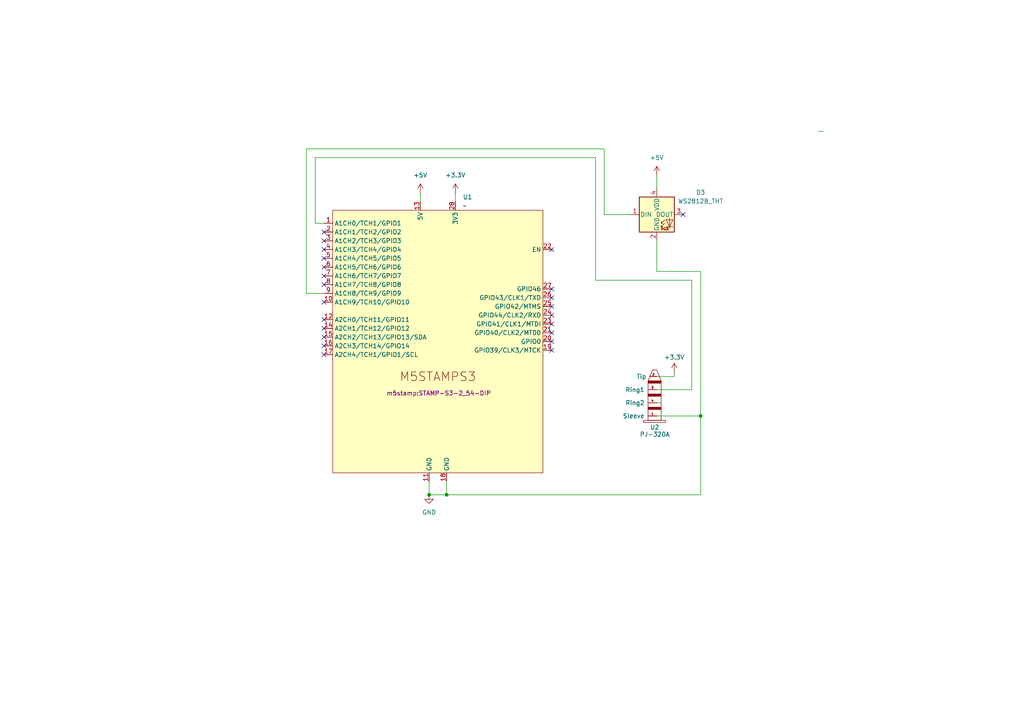
<source format=kicad_sch>
(kicad_sch (version 20250114) (generator "eeschema") (generator_version "9.0")
  (paper "A4")
  (title_block (title "Pulse for ESPHome"))
  (lib_symbols
    (symbol "LED:NeoPixel_THT" (pin_names (offset 0.254))
      (property "Reference" "D3" (at 12.7 6.4202 0))
      (property "Value" "WS2812B_THT" (at 12.7 3.8802 0))
      (symbol "NeoPixel_THT_0_0"
        (text "RGB" (at 2.286 -4.191 0) (effects (font (size 0.762 0.762))))
      )
      (symbol "NeoPixel_THT_0_1"
        (rectangle (start -5.08 5.08) (end 5.08 -5.08) (stroke (width 0.254)) (fill (type background)))
        (polyline (pts (xy 1.27 -2.54) (xy 1.778 -2.54)))
        (polyline (pts (xy 1.27 -3.556) (xy 1.778 -3.556)))
        (polyline (pts (xy 2.286 -1.524) (xy 1.27 -2.54) (xy 1.27 -2.032)))
        (polyline (pts (xy 2.286 -2.54) (xy 1.27 -3.556) (xy 1.27 -3.048)))
        (polyline (pts (xy 3.683 -1.016) (xy 3.683 -3.556) (xy 3.683 -4.064)))
        (polyline (pts (xy 4.699 -1.524) (xy 2.667 -1.524) (xy 3.683 -3.556) (xy 4.699 -1.524)))
        (polyline (pts (xy 4.699 -3.556) (xy 2.667 -3.556)))
      )
      (symbol "NeoPixel_THT_1_1"
        (pin input line (at -7.62 0 0) (length 2.54) (name "DIN") (number "1"))
        (pin power_in line (at 0 7.62 270) (length 2.54) (name "VDD") (number "4"))
        (pin power_in line (at 0 -7.62 90) (length 2.54) (name "GND") (number "2"))
        (pin output line (at 7.62 0 180) (length 2.54) (name "DOUT") (number "3"))
      )
    )
    (symbol "m5stamp:M5STAMPS3"
      (property "Reference" "U" (at -48.26 -2.54 0))
      (symbol "M5STAMPS3_0_1"
        (rectangle (start -30.48 36.83) (end 30.48 -39.37) (fill (type background)))
      )
      (symbol "M5STAMPS3_1_0"
        (text "M5STAMPS3\n" (at 0 -11.43 0) (effects (font (size 2.54 2.54))))
      )
      (symbol "M5STAMPS3_1_1"
        (pin bidirectional line (at -33.02 33.02 0) (length 2.54) (name "A1CH0/TCH1/GPIO1") (number "1"))
        (pin bidirectional line (at -33.02 30.48 0) (length 2.54) (name "A1CH1/TCH2/GPIO2") (number "2"))
        (pin bidirectional line (at -33.02 27.94 0) (length 2.54) (name "A1CH2/TCH3/GPIO3") (number "3"))
        (pin bidirectional line (at -33.02 25.4 0) (length 2.54) (name "A1CH3/TCH4/GPIO4") (number "4"))
        (pin bidirectional line (at -33.02 22.86 0) (length 2.54) (name "A1CH4/TCH5/GPIO5") (number "5"))
        (pin bidirectional line (at -33.02 20.32 0) (length 2.54) (name "A1CH5/TCH6/GPIO6") (number "6"))
        (pin bidirectional line (at -33.02 17.78 0) (length 2.54) (name "A1CH6/TCH7/GPIO7") (number "7"))
        (pin bidirectional line (at -33.02 15.24 0) (length 2.54) (name "A1CH7/TCH8/GPIO8") (number "8"))
        (pin bidirectional line (at -33.02 12.7 0) (length 2.54) (name "A1CH8/TCH9/GPIO9") (number "9"))
        (pin bidirectional line (at -33.02 10.16 0) (length 2.54) (name "A1CH9/TCH10/GPIO10") (number "10"))
        (pin bidirectional line (at -33.02 5.08 0) (length 2.54) (name "A2CH0/TCH11/GPIO11") (number "12"))
        (pin bidirectional line (at -33.02 2.54 0) (length 2.54) (name "A2CH1/TCH12/GPIO12") (number "14"))
        (pin bidirectional line (at -33.02 0 0) (length 2.54) (name "A2CH2/TCH13/GPIO13/SDA") (number "15"))
        (pin bidirectional line (at -33.02 -2.54 0) (length 2.54) (name "A2CH3/TCH14/GPIO14") (number "16"))
        (pin bidirectional line (at -33.02 -5.08 0) (length 2.54) (name "A2CH4/TCH1/GPIO1/SCL") (number "17"))
        (pin power_in line (at -5.08 39.37 270) (length 2.54) (name "5V") (number "13"))
        (pin power_in line (at -2.54 -41.91 90) (length 2.54) (name "GND") (number "11"))
        (pin power_in line (at 2.54 -41.91 90) (length 2.54) (name "GND") (number "18"))
        (pin power_in line (at 5.08 39.37 270) (length 2.54) (name "3V3") (number "28"))
        (pin input line (at 33.02 25.4 180) (length 2.54) (name "EN") (number "22"))
        (pin bidirectional line (at 33.02 13.97 180) (length 2.54) (name "GPIO46") (number "27"))
        (pin bidirectional line (at 33.02 11.43 180) (length 2.54) (name "GPIO43/CLK1/TXD") (number "26"))
        (pin bidirectional line (at 33.02 8.89 180) (length 2.54) (name "GPIO42/MTMS") (number "25"))
        (pin bidirectional line (at 33.02 6.35 180) (length 2.54) (name "GPIO44/CLK2/RXD") (number "24"))
        (pin bidirectional line (at 33.02 3.81 180) (length 2.54) (name "GPIO41/CLK1/MTDI") (number "23"))
        (pin bidirectional line (at 33.02 1.27 180) (length 2.54) (name "GPIO40/CLK2/MTD0") (number "21"))
        (pin bidirectional line (at 33.02 -1.27 180) (length 2.54) (name "GPIO0") (number "20"))
        (pin bidirectional line (at 33.02 -3.81 180) (length 2.54) (name "GPIO39/CLK3/MTCK") (number "19"))
      )
    )
    (symbol "nathanhborger-PJ-320A:PJ-320A" (pin_names (offset 1.016))
      (property "Reference" "U" (at 0 -1.905 0))
      (property "Value" "PJ-320A" (at 0 0 0))
      (symbol "PJ-320A_0_1"
        (rectangle (start -3.175 1.27) (end 3.175 1.905))
        (polyline (pts (xy -1.905 13.335) (xy -0.635 16.51) (xy 0.635 16.51) (xy 1.905 13.335) (xy -1.905 13.335)))
        (rectangle (start -1.905 12.7) (end 1.905 13.335) (fill (type outline)))
        (rectangle (start -1.905 9.525) (end 1.905 12.7))
        (rectangle (start -1.905 8.89) (end 1.905 9.525) (fill (type outline)))
        (rectangle (start -1.905 5.715) (end 1.905 8.89))
        (rectangle (start -1.905 5.08) (end 1.905 5.715) (fill (type outline)))
        (rectangle (start -1.905 1.905) (end 1.905 5.08))
      )
      (symbol "PJ-320A_1_1"
        (pin bidirectional line (at 0.635 14.605 180) (length 2.0066) (name "Tip") (number "2"))
        (pin bidirectional line (at 0.635 10.795 180) (length 2.54) (name "Ring1") (number "3"))
        (pin bidirectional line (at 0.635 6.985 180) (length 2.54) (name "Ring2") (number "4"))
        (pin bidirectional line (at 0.635 3.175 180) (length 2.54) (name "Sleeve") (number "1"))
      )
    )
    (symbol "power:+3.3V" (power) (pin_numbers (hide yes)) (pin_names (offset 0) (hide yes))
      (property "Value" "+3.3V" (at 0 3.556 0))
      (symbol "+3.3V_0_1"
        (polyline (pts (xy -0.762 1.27) (xy 0 2.54)))
        (polyline (pts (xy 0 2.54) (xy 0.762 1.27)))
        (polyline (pts (xy 0 0) (xy 0 2.54)))
      )
      (symbol "+3.3V_1_1"
        (pin power_in line (at 0 0 90) (length 0) (name "~") (number "1"))
      )
    )
    (symbol "power:+5V" (power) (pin_numbers (hide yes)) (pin_names (offset 0) (hide yes))
      (property "Value" "+5V" (at 0 3.556 0))
      (symbol "+5V_0_1"
        (polyline (pts (xy -0.762 1.27) (xy 0 2.54)))
        (polyline (pts (xy 0 2.54) (xy 0.762 1.27)))
        (polyline (pts (xy 0 0) (xy 0 2.54)))
      )
      (symbol "+5V_1_1"
        (pin power_in line (at 0 0 90) (length 0) (name "~") (number "1"))
      )
    )
    (symbol "power:GND" (power) (pin_numbers (hide yes)) (pin_names (offset 0) (hide yes))
      (property "Value" "GND" (at 0 -3.81 0))
      (symbol "GND_0_1"
        (polyline (pts (xy 0 0) (xy 0 -1.27) (xy 1.27 -1.27) (xy 0 -2.54) (xy -1.27 -1.27) (xy 0 -1.27)))
      )
      (symbol "GND_1_1"
        (pin power_in line (at 0 0 270) (length 0) (name "~") (number "1"))
      )
    )
  )
  (junction (at 124.46 143.51))
  (junction (at 203.2 120.65))
  (junction (at 129.54 143.51))
  (no_connect (at 160.02 99.06))
  (no_connect (at 93.98 77.47))
  (no_connect (at 93.98 72.39))
  (no_connect (at 93.98 67.31))
  (no_connect (at 160.02 91.44))
  (no_connect (at 160.02 101.6))
  (no_connect (at 93.98 80.01))
  (no_connect (at 93.98 97.79))
  (no_connect (at 93.98 82.55))
  (no_connect (at 160.02 86.36))
  (no_connect (at 93.98 87.63))
  (no_connect (at 160.02 83.82))
  (no_connect (at 93.98 95.25))
  (no_connect (at 160.02 96.52))
  (no_connect (at 93.98 92.71))
  (no_connect (at 93.98 74.93))
  (no_connect (at 93.98 100.33))
  (no_connect (at 160.02 88.9))
  (no_connect (at 160.02 72.39))
  (no_connect (at 93.98 102.87))
  (no_connect (at 198.12 62.23))
  (no_connect (at 160.02 93.98))
  (no_connect (at 93.98 69.85))
  (wire (pts (xy 91.44 64.77) (xy 91.44 45.72)))
  (wire (pts (xy 175.26 62.23) (xy 175.26 43.18)))
  (wire (pts (xy 191.77 116.84) (xy 190.5 116.84)))
  (wire (pts (xy 129.54 143.51) (xy 203.2 143.51)))
  (wire (pts (xy 237.49 38.1) (xy 238.76 38.1)))
  (wire (pts (xy 190.5 109.22) (xy 195.58 109.22)))
  (wire (pts (xy 129.54 139.7) (xy 129.54 143.51)))
  (wire (pts (xy 190.5 78.74) (xy 203.2 78.74)))
  (wire (pts (xy 132.08 58.42) (xy 132.08 55.88)))
  (wire (pts (xy 190.5 120.65) (xy 203.2 120.65)))
  (wire (pts (xy 91.44 45.72) (xy 172.72 45.72)))
  (wire (pts (xy 203.2 78.74) (xy 203.2 120.65)))
  (wire (pts (xy 172.72 81.28) (xy 200.66 81.28)))
  (wire (pts (xy 190.5 54.61) (xy 190.5 50.8)))
  (wire (pts (xy 190.5 69.85) (xy 190.5 78.74)))
  (wire (pts (xy 88.9 43.18) (xy 88.9 85.09)))
  (wire (pts (xy 200.66 81.28) (xy 200.66 113.03)))
  (wire (pts (xy 172.72 45.72) (xy 172.72 81.28)))
  (wire (pts (xy 203.2 120.65) (xy 203.2 143.51)))
  (wire (pts (xy 124.46 143.51) (xy 129.54 143.51)))
  (wire (pts (xy 195.58 107.95) (xy 195.58 109.22)))
  (wire (pts (xy 121.92 55.88) (xy 121.92 58.42)))
  (wire (pts (xy 93.98 64.77) (xy 91.44 64.77)))
  (wire (pts (xy 93.98 85.09) (xy 88.9 85.09)))
  (wire (pts (xy 175.26 62.23) (xy 182.88 62.23)))
  (wire (pts (xy 200.66 113.03) (xy 190.5 113.03)))
  (wire (pts (xy 88.9 43.18) (xy 175.26 43.18)))
  (wire (pts (xy 124.46 139.7) (xy 124.46 143.51)))
  (symbol (lib_id "power:GND") (at 124.46 143.51 0) (unit 1)
    (property "Reference" "#PWR010" (effects (hide yes)))
    (property "Value" "GND" (at 124.46 148.59 0))
    (property "Description" "Power symbol creates a global label with name \"GND\" , ground" (effects (hide yes)))
  )
  (symbol (lib_id "nathanhborger-PJ-320A:PJ-320A") (at 189.865 123.825 0) (unit 1)
    (property "Reference" "U2" (at 191.262 123.952 0) (effects (justify right)))
    (property "Value" "PJ-320A" (at 194.31 125.984 0) (effects (justify right)))
    (property "Footprint" "nathanhborger-PJ-320A:PJ-320A" (effects (hide yes)))
  )
  (symbol (lib_id "power:+5V") (at 190.5 50.8 0) (unit 1)
    (property "Reference" "#PWR06" (effects (hide yes)))
    (property "Value" "+5V" (at 190.5 45.72 0))
    (property "Description" "Power symbol creates a global label with name \"+5V\"" (effects (hide yes)))
  )
  (symbol (lib_id "power:+3.3V") (at 132.08 55.88 0) (unit 1)
    (property "Reference" "#PWR07" (effects (hide yes)))
    (property "Value" "+3.3V" (at 132.08 50.8 0))
    (property "Description" "Power symbol creates a global label with name \"+3.3V\"" (effects (hide yes)))
  )
  (symbol (lib_id "power:+5V") (at 121.92 55.88 0) (unit 1)
    (property "Reference" "#PWR08" (effects (hide yes)))
    (property "Value" "+5V" (at 121.92 50.8 0))
    (property "Description" "Power symbol creates a global label with name \"+5V\"" (effects (hide yes)))
  )
  (symbol (lib_id "power:+3.3V") (at 195.58 107.95 0) (unit 1)
    (property "Reference" "#PWR09" (effects (hide yes)))
    (property "Value" "+3.3V" (at 195.58 103.632 0))
    (property "Description" "Power symbol creates a global label with name \"+3.3V\"" (effects (hide yes)))
  )
  (symbol (lib_id "LED:NeoPixel_THT") (at 190.5 62.23 0) (unit 1)
    (property "Reference" "D3" (at 203.2 55.8098 0))
    (property "Value" "WS2812B_THT" (at 203.2 58.3498 0))
    (property "Footprint" "LED_THT:LED_D5.0mm-4_RGB_Staggered_Pins" (effects (hide yes)))
    (property "Description" "RGB LED with integrated controller, 5mm/8mm LED package" (effects (hide yes)))
  )
  (symbol (lib_id "m5stamp:M5STAMPS3") (at 127 97.79 0) (unit 1)
    (property "Reference" "U1" (at 134.2233 57.15 0) (effects (justify left)))
    (property "Value" "~" (at 134.2233 59.69 0) (effects (justify left)))
    (property "Footprint" "m5stamp:STAMP-S3-2_54-DIP" (at 127.254 114.046 0))
  )
)
</source>
